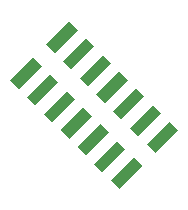
<source format=gbr>
G04 EAGLE Gerber X2 export*
%TF.Part,Single*%
%TF.FileFunction,Paste,Bot*%
%TF.FilePolarity,Positive*%
%TF.GenerationSoftware,Autodesk,EAGLE,9.0.1*%
%TF.CreationDate,2018-09-06T19:24:28Z*%
G75*
%MOMM*%
%FSLAX34Y34*%
%LPD*%
%AMOC8*
5,1,8,0,0,1.08239X$1,22.5*%
G01*
%ADD10R,1.000000X2.750000*%


D10*
G36*
X291518Y175636D02*
X298589Y168565D01*
X279144Y149120D01*
X272073Y156191D01*
X291518Y175636D01*
G37*
G36*
X277376Y189778D02*
X284447Y182707D01*
X265002Y163262D01*
X257931Y170333D01*
X277376Y189778D01*
G37*
G36*
X261113Y145231D02*
X268184Y138160D01*
X248739Y118715D01*
X241668Y125786D01*
X261113Y145231D01*
G37*
G36*
X246970Y159373D02*
X254041Y152302D01*
X234596Y132857D01*
X227525Y139928D01*
X246970Y159373D01*
G37*
G36*
X232828Y173515D02*
X239899Y166444D01*
X220454Y146999D01*
X213383Y154070D01*
X232828Y173515D01*
G37*
G36*
X263234Y203921D02*
X270305Y196850D01*
X250860Y177405D01*
X243789Y184476D01*
X263234Y203921D01*
G37*
G36*
X218686Y187657D02*
X225757Y180586D01*
X206312Y161141D01*
X199241Y168212D01*
X218686Y187657D01*
G37*
G36*
X249092Y218063D02*
X256163Y210992D01*
X236718Y191547D01*
X229647Y198618D01*
X249092Y218063D01*
G37*
G36*
X192170Y175283D02*
X185099Y182354D01*
X204544Y201799D01*
X211615Y194728D01*
X192170Y175283D01*
G37*
G36*
X222576Y205689D02*
X215505Y212760D01*
X234950Y232205D01*
X242021Y225134D01*
X222576Y205689D01*
G37*
G36*
X190402Y215941D02*
X197473Y208870D01*
X178028Y189425D01*
X170957Y196496D01*
X190402Y215941D01*
G37*
G36*
X220808Y246347D02*
X227879Y239276D01*
X208434Y219831D01*
X201363Y226902D01*
X220808Y246347D01*
G37*
G36*
X176260Y230084D02*
X183331Y223013D01*
X163886Y203568D01*
X156815Y210639D01*
X176260Y230084D01*
G37*
G36*
X206665Y260489D02*
X213736Y253418D01*
X194291Y233973D01*
X187220Y241044D01*
X206665Y260489D01*
G37*
M02*

</source>
